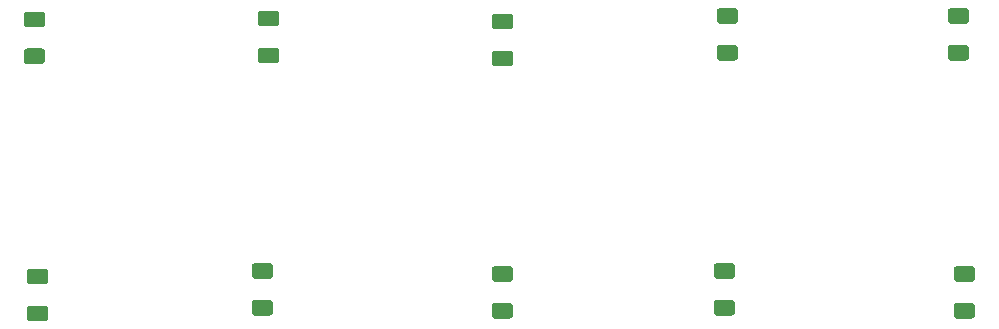
<source format=gbr>
%TF.GenerationSoftware,KiCad,Pcbnew,(5.1.10-1-10_14)*%
%TF.CreationDate,2022-02-04T13:42:09-08:00*%
%TF.ProjectId,Senser_Splitter,53656e73-6572-45f5-9370-6c6974746572,rev?*%
%TF.SameCoordinates,Original*%
%TF.FileFunction,Paste,Top*%
%TF.FilePolarity,Positive*%
%FSLAX46Y46*%
G04 Gerber Fmt 4.6, Leading zero omitted, Abs format (unit mm)*
G04 Created by KiCad (PCBNEW (5.1.10-1-10_14)) date 2022-02-04 13:42:09*
%MOMM*%
%LPD*%
G01*
G04 APERTURE LIST*
G04 APERTURE END LIST*
%TO.C,100nf110*%
G36*
G01*
X93614001Y-75515500D02*
X92313999Y-75515500D01*
G75*
G02*
X92064000Y-75265501I0J249999D01*
G01*
X92064000Y-74440499D01*
G75*
G02*
X92313999Y-74190500I249999J0D01*
G01*
X93614001Y-74190500D01*
G75*
G02*
X93864000Y-74440499I0J-249999D01*
G01*
X93864000Y-75265501D01*
G75*
G02*
X93614001Y-75515500I-249999J0D01*
G01*
G37*
G36*
G01*
X93614001Y-78640500D02*
X92313999Y-78640500D01*
G75*
G02*
X92064000Y-78390501I0J249999D01*
G01*
X92064000Y-77565499D01*
G75*
G02*
X92313999Y-77315500I249999J0D01*
G01*
X93614001Y-77315500D01*
G75*
G02*
X93864000Y-77565499I0J-249999D01*
G01*
X93864000Y-78390501D01*
G75*
G02*
X93614001Y-78640500I-249999J0D01*
G01*
G37*
%TD*%
%TO.C,100nf109*%
G36*
G01*
X171592001Y-53456000D02*
X170291999Y-53456000D01*
G75*
G02*
X170042000Y-53206001I0J249999D01*
G01*
X170042000Y-52380999D01*
G75*
G02*
X170291999Y-52131000I249999J0D01*
G01*
X171592001Y-52131000D01*
G75*
G02*
X171842000Y-52380999I0J-249999D01*
G01*
X171842000Y-53206001D01*
G75*
G02*
X171592001Y-53456000I-249999J0D01*
G01*
G37*
G36*
G01*
X171592001Y-56581000D02*
X170291999Y-56581000D01*
G75*
G02*
X170042000Y-56331001I0J249999D01*
G01*
X170042000Y-55505999D01*
G75*
G02*
X170291999Y-55256000I249999J0D01*
G01*
X171592001Y-55256000D01*
G75*
G02*
X171842000Y-55505999I0J-249999D01*
G01*
X171842000Y-56331001D01*
G75*
G02*
X171592001Y-56581000I-249999J0D01*
G01*
G37*
%TD*%
%TO.C,100nf108*%
G36*
G01*
X112664001Y-75046000D02*
X111363999Y-75046000D01*
G75*
G02*
X111114000Y-74796001I0J249999D01*
G01*
X111114000Y-73970999D01*
G75*
G02*
X111363999Y-73721000I249999J0D01*
G01*
X112664001Y-73721000D01*
G75*
G02*
X112914000Y-73970999I0J-249999D01*
G01*
X112914000Y-74796001D01*
G75*
G02*
X112664001Y-75046000I-249999J0D01*
G01*
G37*
G36*
G01*
X112664001Y-78171000D02*
X111363999Y-78171000D01*
G75*
G02*
X111114000Y-77921001I0J249999D01*
G01*
X111114000Y-77095999D01*
G75*
G02*
X111363999Y-76846000I249999J0D01*
G01*
X112664001Y-76846000D01*
G75*
G02*
X112914000Y-77095999I0J-249999D01*
G01*
X112914000Y-77921001D01*
G75*
G02*
X112664001Y-78171000I-249999J0D01*
G01*
G37*
%TD*%
%TO.C,100nf107*%
G36*
G01*
X172100001Y-75300000D02*
X170799999Y-75300000D01*
G75*
G02*
X170550000Y-75050001I0J249999D01*
G01*
X170550000Y-74224999D01*
G75*
G02*
X170799999Y-73975000I249999J0D01*
G01*
X172100001Y-73975000D01*
G75*
G02*
X172350000Y-74224999I0J-249999D01*
G01*
X172350000Y-75050001D01*
G75*
G02*
X172100001Y-75300000I-249999J0D01*
G01*
G37*
G36*
G01*
X172100001Y-78425000D02*
X170799999Y-78425000D01*
G75*
G02*
X170550000Y-78175001I0J249999D01*
G01*
X170550000Y-77349999D01*
G75*
G02*
X170799999Y-77100000I249999J0D01*
G01*
X172100001Y-77100000D01*
G75*
G02*
X172350000Y-77349999I0J-249999D01*
G01*
X172350000Y-78175001D01*
G75*
G02*
X172100001Y-78425000I-249999J0D01*
G01*
G37*
%TD*%
%TO.C,100nf106*%
G36*
G01*
X93360001Y-53748500D02*
X92059999Y-53748500D01*
G75*
G02*
X91810000Y-53498501I0J249999D01*
G01*
X91810000Y-52673499D01*
G75*
G02*
X92059999Y-52423500I249999J0D01*
G01*
X93360001Y-52423500D01*
G75*
G02*
X93610000Y-52673499I0J-249999D01*
G01*
X93610000Y-53498501D01*
G75*
G02*
X93360001Y-53748500I-249999J0D01*
G01*
G37*
G36*
G01*
X93360001Y-56873500D02*
X92059999Y-56873500D01*
G75*
G02*
X91810000Y-56623501I0J249999D01*
G01*
X91810000Y-55798499D01*
G75*
G02*
X92059999Y-55548500I249999J0D01*
G01*
X93360001Y-55548500D01*
G75*
G02*
X93610000Y-55798499I0J-249999D01*
G01*
X93610000Y-56623501D01*
G75*
G02*
X93360001Y-56873500I-249999J0D01*
G01*
G37*
%TD*%
%TO.C,100nf105*%
G36*
G01*
X132984001Y-53925500D02*
X131683999Y-53925500D01*
G75*
G02*
X131434000Y-53675501I0J249999D01*
G01*
X131434000Y-52850499D01*
G75*
G02*
X131683999Y-52600500I249999J0D01*
G01*
X132984001Y-52600500D01*
G75*
G02*
X133234000Y-52850499I0J-249999D01*
G01*
X133234000Y-53675501D01*
G75*
G02*
X132984001Y-53925500I-249999J0D01*
G01*
G37*
G36*
G01*
X132984001Y-57050500D02*
X131683999Y-57050500D01*
G75*
G02*
X131434000Y-56800501I0J249999D01*
G01*
X131434000Y-55975499D01*
G75*
G02*
X131683999Y-55725500I249999J0D01*
G01*
X132984001Y-55725500D01*
G75*
G02*
X133234000Y-55975499I0J-249999D01*
G01*
X133234000Y-56800501D01*
G75*
G02*
X132984001Y-57050500I-249999J0D01*
G01*
G37*
%TD*%
%TO.C,100nf104*%
G36*
G01*
X151780001Y-75046000D02*
X150479999Y-75046000D01*
G75*
G02*
X150230000Y-74796001I0J249999D01*
G01*
X150230000Y-73970999D01*
G75*
G02*
X150479999Y-73721000I249999J0D01*
G01*
X151780001Y-73721000D01*
G75*
G02*
X152030000Y-73970999I0J-249999D01*
G01*
X152030000Y-74796001D01*
G75*
G02*
X151780001Y-75046000I-249999J0D01*
G01*
G37*
G36*
G01*
X151780001Y-78171000D02*
X150479999Y-78171000D01*
G75*
G02*
X150230000Y-77921001I0J249999D01*
G01*
X150230000Y-77095999D01*
G75*
G02*
X150479999Y-76846000I249999J0D01*
G01*
X151780001Y-76846000D01*
G75*
G02*
X152030000Y-77095999I0J-249999D01*
G01*
X152030000Y-77921001D01*
G75*
G02*
X151780001Y-78171000I-249999J0D01*
G01*
G37*
%TD*%
%TO.C,100nf103*%
G36*
G01*
X113172001Y-53671500D02*
X111871999Y-53671500D01*
G75*
G02*
X111622000Y-53421501I0J249999D01*
G01*
X111622000Y-52596499D01*
G75*
G02*
X111871999Y-52346500I249999J0D01*
G01*
X113172001Y-52346500D01*
G75*
G02*
X113422000Y-52596499I0J-249999D01*
G01*
X113422000Y-53421501D01*
G75*
G02*
X113172001Y-53671500I-249999J0D01*
G01*
G37*
G36*
G01*
X113172001Y-56796500D02*
X111871999Y-56796500D01*
G75*
G02*
X111622000Y-56546501I0J249999D01*
G01*
X111622000Y-55721499D01*
G75*
G02*
X111871999Y-55471500I249999J0D01*
G01*
X113172001Y-55471500D01*
G75*
G02*
X113422000Y-55721499I0J-249999D01*
G01*
X113422000Y-56546501D01*
G75*
G02*
X113172001Y-56796500I-249999J0D01*
G01*
G37*
%TD*%
%TO.C,100nf102*%
G36*
G01*
X152034001Y-53456000D02*
X150733999Y-53456000D01*
G75*
G02*
X150484000Y-53206001I0J249999D01*
G01*
X150484000Y-52380999D01*
G75*
G02*
X150733999Y-52131000I249999J0D01*
G01*
X152034001Y-52131000D01*
G75*
G02*
X152284000Y-52380999I0J-249999D01*
G01*
X152284000Y-53206001D01*
G75*
G02*
X152034001Y-53456000I-249999J0D01*
G01*
G37*
G36*
G01*
X152034001Y-56581000D02*
X150733999Y-56581000D01*
G75*
G02*
X150484000Y-56331001I0J249999D01*
G01*
X150484000Y-55505999D01*
G75*
G02*
X150733999Y-55256000I249999J0D01*
G01*
X152034001Y-55256000D01*
G75*
G02*
X152284000Y-55505999I0J-249999D01*
G01*
X152284000Y-56331001D01*
G75*
G02*
X152034001Y-56581000I-249999J0D01*
G01*
G37*
%TD*%
%TO.C,100nf101*%
G36*
G01*
X132984001Y-75300000D02*
X131683999Y-75300000D01*
G75*
G02*
X131434000Y-75050001I0J249999D01*
G01*
X131434000Y-74224999D01*
G75*
G02*
X131683999Y-73975000I249999J0D01*
G01*
X132984001Y-73975000D01*
G75*
G02*
X133234000Y-74224999I0J-249999D01*
G01*
X133234000Y-75050001D01*
G75*
G02*
X132984001Y-75300000I-249999J0D01*
G01*
G37*
G36*
G01*
X132984001Y-78425000D02*
X131683999Y-78425000D01*
G75*
G02*
X131434000Y-78175001I0J249999D01*
G01*
X131434000Y-77349999D01*
G75*
G02*
X131683999Y-77100000I249999J0D01*
G01*
X132984001Y-77100000D01*
G75*
G02*
X133234000Y-77349999I0J-249999D01*
G01*
X133234000Y-78175001D01*
G75*
G02*
X132984001Y-78425000I-249999J0D01*
G01*
G37*
%TD*%
M02*

</source>
